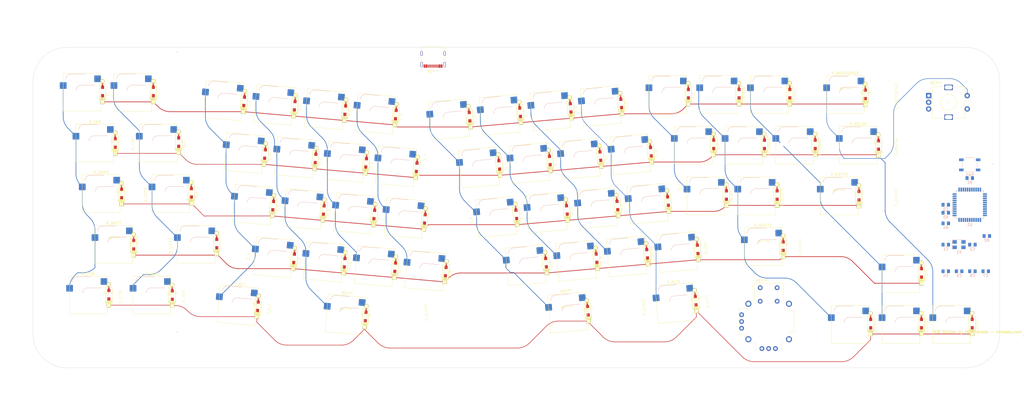
<source format=kicad_pcb>
(kicad_pcb (version 20221018) (generator pcbnew)
  (layers (0 "F.Cu" signal) (31 "B.Cu" signal) (34 "B.Paste" user) (35 "F.Paste" user) (36 "B.SilkS" user "B.Silkscreen") (37 "F.SilkS" user "F.Silkscreen") (38 "B.Mask" user) (39 "F.Mask" user) (44 "Edge.Cuts" user))
  (net 0 "")
  (footprint "Connector_USB:USB_C_Receptacle_Palconn_UTC16-G" (layer "F.Cu") (at 263.289803 153.382412 180)
    (fp_text reference "REF**")
    (fp_text value "USB_C_Receptacle_Palconn_UTC16-G")
  )
  (footprint "keyboard_parts:hotswap mx with diode" (layer "F.Cu") (at 307.312501 172.548985 5)
    (fp_text reference "K_8" hide)
    (fp_text value "KEYSW" hide)
  )
  (footprint "keyboard_parts:hotswap mx with diode" (layer "F.Cu") (at 184.690339 168.766377 -5)
    (fp_text reference "K_2" hide)
    (fp_text value "KEYSW" hide)
  )
  (footprint "Switch_Keyboard_Hotswap_Kailh:SW_Hotswap_Kailh_MX_2.25u" (layer "F.Cu") (at 387.228 223.7)
    (fp_text reference "K_SHIFT1")
    (fp_text value "KEYSW")
  )
  (footprint "keyboard_parts:nothing" (layer "F.Cu") (at 290.536984 193.64133 95)
    (fp_text reference "D_Y")
    (fp_text value "D")
  )
  (footprint "keyboard_parts:nothing" (layer "F.Cu") (at 160.6193 166.230394 90)
    (fp_text reference "D_1")
    (fp_text value "D")
  )
  (footprint "keyboard_parts:hotswap mx with diode" (layer "F.Cu") (at 457.99 252.97)
    (fp_text reference "K_RIGHT" hide)
    (fp_text value "KEYSW" hide)
  )
  (footprint "keyboard_parts:nothing" (layer "F.Cu") (at 429.915 253.47 90)
    (fp_text reference "D_LEFT")
    (fp_text value "D")
  )
  (footprint "keyboard_parts:hotswap mx with diode" (layer "F.Cu") (at 260.363801 232.75525 -5)
    (fp_text reference "K_B" hide)
    (fp_text value "KEYSW" hide)
  )
  (footprint "COM-09032:XDCR_COM-09032" (layer "F.Cu") (at 389.27 251.89)
    (fp_text reference "REF**")
    (fp_text value "XDCR_COM-09032")
  )
  (footprint "keyboard_parts:nothing" (layer "F.Cu") (at 390.0325 186.11 90)
    (fp_text reference "D_CBRAC")
    (fp_text value "D")
  )
  (footprint "keyboard_parts:nothing" (layer "F.Cu") (at 309.514493 191.981013 95)
    (fp_text reference "D_U")
    (fp_text value "D")
  )
  (footprint "keyboard_parts:nothing" (layer "F.Cu") (at 251.329566 232.466767 85)
    (fp_text reference "D_V")
    (fp_text value "D")
  )
  (footprint "keyboard_parts:hotswap mx with diode" (layer "F.Cu") (at 360.9575 185.61)
    (fp_text reference "K_P" hide)
    (fp_text value "KEYSW" hide)
  )
  (footprint "keyboard_parts:nothing" (layer "F.Cu") (at 170.1443 242.430394 90)
    (fp_text reference "D_WIN")
    (fp_text value "D")
  )
  (footprint "keyboard_parts:nothing" (layer "F.Cu") (at 272.150317 229.923955 90)
    (fp_text reference "D_B")
    (fp_text value "D")
  )
  (footprint "keyboard_parts:hotswap mx with diode" (layer "F.Cu") (at 317.037828 229.066433 5)
    (fp_text reference "K_M" hide)
    (fp_text value "KEYSW" hide)
  )
  (footprint "keyboard_parts:nothing" (layer "F.Cu") (at 366.700746 244.25187 95)
    (fp_text reference "D_ALT1")
    (fp_text value "D")
  )
  (footprint "keyboard_parts:nothing" (layer "F.Cu") (at 317.34293 172.173346 95)
    (fp_text reference "D_8")
    (fp_text value "D")
  )
  (footprint "keyboard_parts:hotswap mx with diode" (layer "F.Cu") (at 343.843775 207.598448 5)
    (fp_text reference "K_L" hide)
    (fp_text value "KEYSW" hide)
  )
  (footprint "keyboard_parts:diode smd tht" (layer "F.Cu") (at 425.604433 166.564633)
    (fp_text reference "REF**")
    (fp_text value "diode smd tht")
  )
  (footprint "keyboard_parts:nothing" (layer "F.Cu") (at 279.387911 175.493979 95)
    (fp_text reference "D_6")
    (fp_text value "D")
  )
  (footprint "keyboard_parts:nothing" (layer "F.Cu") (at 394.795 205.16 90)
    (fp_text reference "D_QUOTE")
    (fp_text value "D")
  )
  (footprint "keyboard_parts:nothing" (layer "F.Cu") (at 232.588632 173.458844 85)
    (fp_text reference "D_4")
    (fp_text value "D")
  )
  (footprint "keyboard_parts:nothing" (layer "F.Cu") (at 308.090748 230.35111 95)
    (fp_text reference "D_N")
    (fp_text value "D")
  )
  (footprint "keyboard_parts:hotswap mx with diode" (layer "F.Cu") (at 324.866265 209.258765 5)
    (fp_text reference "K_K" hide)
    (fp_text value "KEYSW" hide)
  )
  (footprint "keyboard_parts:hotswap mx with diode" (layer "F.Cu") (at 336.015338 227.406116 5)
    (fp_text reference "K_COMMA" hide)
    (fp_text value "KEYSW" hide)
  )
  (footprint "Switch_Keyboard_Hotswap_Kailh:SW_Hotswap_Kailh_MX_1.50u" (layer "F.Cu") (at 422.87 185.61)
    (fp_text reference "K_BSLSH")
    (fp_text value "KEYSW")
  )
  (footprint "keyboard_parts:hotswap mx with diode" (layer "F.Cu") (at 298.060319 230.726749 5)
    (fp_text reference "K_N" hide)
    (fp_text value "KEYSW" hide)
  )
  (footprint "keyboard_parts:hotswap mx with diode" (layer "F.Cu") (at 249.451304 193.554994 -5)
    (fp_text reference "K_T" hide)
    (fp_text value "KEYSW" hide)
  )
  (footprint "keyboard_parts:diode smd tht" (layer "F.Cu") (at 141.628282 241.865603)
    (fp_text reference "REF**")
    (fp_text value "diode smd tht")
  )
  (footprint "keyboard_parts:nothing" (layer "F.Cu") (at 380.5075 167.06 90)
    (fp_text reference "D_MINUS")
    (fp_text value "D")
  )
  (footprint "keyboard_parts:nothing" (layer "F.Cu") (at 315.919187 210.543443 95)
    (fp_text reference "D_J")
    (fp_text value "D")
  )
  (footprint "keyboard_parts:nothing" (layer "F.Cu") (at 151.0943 185.280394 90)
    (fp_text reference "D_TAB")
    (fp_text value "D")
  )
  (footprint "keyboard_parts:hotswap mx with diode" (layer "F.Cu") (at 370.4825 166.56)
    (fp_text reference "K_MINUS" hide)
    (fp_text value "KEYSW" hide)
  )
  (footprint "Rotary_Encoder:RotaryEncoder_Alps_EC11E-Switch_Vertical_H20mm" (layer "F.Cu") (at 449.32 166.99)
    (fp_text reference "REF**")
    (fp_text value "RotaryEncoder_Alps_EC11E-Switch_Vertical_H20mm")
  )
  (footprint "keyboard_parts:nothing" (layer "F.Cu") (at 141.5693 166.230394 90)
    (fp_text reference "D_`")
    (fp_text value "D")
  )
  (footprint "keyboard_parts:nothing" (layer "F.Cu") (at 361.4575 167.06 90)
    (fp_text reference "D_0")
    (fp_text value "D")
  )
  (footprint "keyboard_parts:nothing" (layer "F.Cu") (at 155.8568 204.330394 90)
    (fp_text reference "D_CAPS")
    (fp_text value "D")
  )
  (footprint "keyboard_parts:diode smd tht" (layer "F.Cu") (at 321.448961 247.865534 5)
    (fp_text reference "REF**")
    (fp_text value "diode smd tht")
  )
  (footprint "keyboard_parts:hotswap mx with diode" (layer "F.Cu") (at 230.473794 191.894677 -5)
    (fp_text reference "K_R" hide)
    (fp_text value "KEYSW" hide)
  )
  (footprint "keyboard_parts:hotswap mx with diode" (layer "F.Cu") (at 318.461572 190.696336 5)
    (fp_text reference "K_I" hide)
    (fp_text value "KEYSW" hide)
  )
  (footprint "keyboard_parts:hotswap mx with diode" (layer "F.Cu") (at 252.535364 212.947582 -5)
    (fp_text reference "K_G" hide)
    (fp_text value "KEYSW" hide)
  )
  (footprint "keyboard_parts:hotswap mx with diode" (layer "F.Cu") (at 150.5943 165.730394)
    (fp_text reference "K_1" hide)
    (fp_text value "KEYSW" hide)
  )
  (footprint "keyboard_parts:nothing" (layer "F.Cu") (at 448.965 234.42 90)
    (fp_text reference "D_UP")
    (fp_text value "D")
  )
  (footprint "keyboard_parts:hotswap mx with diode" (layer "F.Cu") (at 174.4068 222.880394)
    (fp_text reference "K_Z" hide)
    (fp_text value "KEYSW" hide)
  )
  (footprint "keyboard_parts:hotswap mx with diode" (layer "F.Cu") (at 337.439081 189.036019 5)
    (fp_text reference "K_O" hide)
    (fp_text value "KEYSW" hide)
  )
  (footprint "keyboard_parts:hotswap mx with diode" (layer "F.Cu") (at 203.431275 227.774299 -5)
    (fp_text reference "K_X" hide)
    (fp_text value "KEYSW" hide)
  )
  (footprint "keyboard_parts:hotswap mx with diode" (layer "F.Cu") (at 195.602837 207.966632 -5)
    (fp_text reference "K_S" hide)
    (fp_text value "KEYSW" hide)
  )
  (footprint "keyboard_parts:hotswap mx with diode" (layer "F.Cu") (at 419.89 252.97)
    (fp_text reference "K_LEFT" hide)
    (fp_text value "KEYSW" hide)
  )
  (footprint "keyboard_parts:nothing" (layer "F.Cu") (at 243.501129 212.659099 85)
    (fp_text reference "D_F")
    (fp_text value "D")
  )
  (footprint "Switch_Keyboard_Hotswap_Kailh:SW_Hotswap_Kailh_MX_3.00u" (layer "F.Cu") (at 230.398979 249.28655 -5)
    (fp_text reference "REF**")
    (fp_text value "SW_Hotswap_Kailh_MX_3.00u")
  )
  (footprint "keyboard_parts:nothing" (layer "F.Cu") (at 437.6575 167.06 90)
    (fp_text reference "D_BACKSPACE")
    (fp_text value "D")
  )
  (footprint "keyboard_parts:nothing" (layer "F.Cu") (at 366.22 224.21 90)
    (fp_text reference "D_DOT")
    (fp_text value "D")
  )
  (footprint "keyboard_parts:hotswap mx with diode" (layer "F.Cu") (at 211.496285 190.23436 -5)
    (fp_text reference "K_E" hide)
    (fp_text value "KEYSW" hide)
  )
  (footprint "keyboard_parts:nothing" (layer "F.Cu") (at 409.0825 186.11 90)
    (fp_text reference "D_OBRAC")
    (fp_text value "D")
  )
  (footprint "keyboard_parts:nothing" (layer "F.Cu") (at 375.745 205.16 90)
    (fp_text reference "D_SEMIC")
    (fp_text value "D")
  )
  (footprint "keyboard_parts:hotswap mx with diode" (layer "F.Cu") (at 380.0075 185.61)
    (fp_text reference "K_CBRAC" hide)
    (fp_text value "KEYSW" hide)
  )
  (footprint "keyboard_parts:nothing" (layer "F.Cu") (at 399.5575 167.06 90)
    (fp_text reference "D_EQUAL")
    (fp_text value "D")
  )
  (footprint "keyboard_parts:hotswap mx with diode" (layer "F.Cu") (at 222.645358 172.08701 -5)
    (fp_text reference "K_4" hide)
    (fp_text value "KEYSW" hide)
  )
  (footprint "keyboard_parts:nothing" (layer "F.Cu") (at 146.3318 242.430394 90)
    (fp_text reference "D_CTRL")
    (fp_text value "D")
  )
  (footprint "keyboard_parts:nothing" (layer "F.Cu") (at 356.043532 201.427087 95)
    (fp_text reference "D_L")
    (fp_text value "D")
  )
  (footprint "keyboard_parts:nothing" (layer "F.Cu") (at 213.374549 229.146133 85)
    (fp_text reference "D_X")
    (fp_text value "D")
  )
  (footprint "keyboard_parts:nothing" (layer "F.Cu") (at 165.3818 223.380394 90)
    (fp_text reference "D_SHIFT")
    (fp_text value "D")
  )
  (footprint "keyboard_parts:nothing" (layer "F.Cu") (at 342.961707 246.423064 95)
    (fp_text reference "D_SPACE")
    (fp_text value "D")
  )
  (footprint "keyboard_parts:hotswap mx with diode" (layer "F.Cu") (at 164.8818 203.830394)
    (fp_text reference "K_A" hide)
    (fp_text value "KEYSW" hide)
  )
  (footprint "keyboard_parts:nothing" (layer "F.Cu") (at 401.67 224.085 90)
    (fp_text reference "D_SHIFT1")
    (fp_text value "D")
  )
  (footprint "Switch_Keyboard_Hotswap_Kailh:SW_Hotswap_Kailh_MX_1.75u" (layer "F.Cu") (at 138.68805 203.830394)
    (fp_text reference "K_CAPS")
    (fp_text value "KEYSW")
  )
  (footprint "Switch_Keyboard_Hotswap_Kailh:SW_Hotswap_Kailh_MX_1.50u" (layer "F.Cu") (at 136.3068 184.780394)
    (fp_text reference "K_TAB")
    (fp_text value "KEYSW")
  )
  (footprint "keyboard_parts:hotswap mx with diode" (layer "F.Cu") (at 288.334991 174.209302 5)
    (fp_text reference "K_7" hide)
    (fp_text value "KEYSW" hide)
  )
  (footprint "keyboard_parts:nothing" (layer "F.Cu") (at 261.201309 248.431889 95)
    (fp_text reference "D_SLASH")
    (fp_text value "D")
  )
  (footprint "Switch_Keyboard_Hotswap_Kailh:SW_Hotswap_Kailh_MX_2.25u" (layer "F.Cu") (at 143.45055 222.880394)
    (fp_text reference "K_SHIFT")
    (fp_text value "KEYSW")
  )
  (footprint "keyboard_parts:hotswap mx with diode" (layer "F.Cu") (at 299.484063 192.356653 5)
    (fp_text reference "K_U" hide)
    (fp_text value "KEYSW" hide)
  )
  (footprint "keyboard_parts:hotswap mx with diode" (layer "F.Cu") (at 438.94 233.92)
    (fp_text reference "K_UP" hide)
    (fp_text value "KEYSW" hide)
  )
  (footprint "keyboard_parts:nothing" (layer "F.Cu") (at 277.964169 213.864077 95)
    (fp_text reference "D_G")
    (fp_text value "D")
  )
  (footprint "keyboard_parts:hotswap mx with diode" (layer "F.Cu") (at 192.518777 188.574044 -5)
    (fp_text reference "K_W" hide)
    (fp_text value "KEYSW" hide)
  )
  (footprint "keyboard_parts:nothing" (layer "F.Cu") (at 202.225478 247.293483 85)
    (fp_text reference "D_ALT")
    (fp_text value "D")
  )
  (footprint "keyboard_parts:nothing" (layer "F.Cu") (at 370.9825 186.11 90)
    (fp_text reference "D_P")
    (fp_text value "D")
  )
  (footprint "keyboard_parts:hotswap mx with diode" (layer "F.Cu") (at 389.5325 166.56)
    (fp_text reference "K_EQUAL" hide)
    (fp_text value "KEYSW" hide)
  )
  (footprint "Mounting_Keyboard_Stabilizer:Stabilizer_Cherry_MX_2.00u" (layer "F.Cu") (at 417.98 166.6)
    (fp_text reference "REF**")
    (fp_text value "Stabilizer_Cherry_MX_2.00u")
  )
  (footprint "keyboard_parts:nothing" (layer "F.Cu") (at 174.9068 204.330394 90)
    (fp_text reference "D_A")
    (fp_text value "D")
  )
  (footprint "keyboard_parts:nothing" (layer "F.Cu") (at 205.546111 209.338465 85)
    (fp_text reference "D_S")
    (fp_text value "D")
  )
  (footprint "Switch_Keyboard_Hotswap_Kailh:SW_Hotswap_Kailh_MX_3.00u" (layer "F.Cu") (at 313.937211 248.470558 5)
    (fp_text reference "REF**")
    (fp_text value "SW_Hotswap_Kailh_MX_3.00u")
  )
  (footprint "keyboard_parts:nothing" (layer "F.Cu") (at 194.633614 170.13821 85)
    (fp_text reference "D_2")
    (fp_text value "D")
  )
  (footprint "keyboard_parts:diode smd tht" (layer "F.Cu") (at 150.935992 223.068474)
    (fp_text reference "REF**")
    (fp_text value "diode smd tht")
  )
  (footprint "keyboard_parts:hotswap mx with diode" (layer "F.Cu") (at 365.72 204.66)
    (fp_text reference "K_SEMIC" hide)
    (fp_text value "KEYSW" hide)
  )
  (footprint "Mounting_Keyboard_Stabilizer:Stabilizer_Cherry_MX_3.00u" (layer "F.Cu") (at 313.872519 248.591657 5)
    (fp_text reference "REF**")
    (fp_text value "Stabilizer_Cherry_MX_3.00u")
  )
  (footprint "keyboard_parts:hotswap mx with diode" (layer "F.Cu") (at 351.4325 166.56)
    (fp_text reference "K_0" hide)
    (fp_text value "KEYSW" hide)
  )
  (footprint "keyboard_parts:diode smd tht" (layer "F.Cu") (at 165.414255 241.992461)
    (fp_text reference "REF**")
    (fp_text value "diode smd tht")
  )
  (footprint "keyboard_parts:hotswap mx with diode" (layer "F.Cu") (at 241.622867 173.747327 -5)
    (fp_text reference "K_5" hide)
    (fp_text value "KEYSW" hide)
  )
  (footprint "keyboard_parts:hotswap mx with diode" (layer "F.Cu") (at 280.506554 194.016969 5)
    (fp_text reference "K_Y" hide)
    (fp_text value "KEYSW" hide)
  )
  (footprint "keyboard_parts:nothing" (layer "F.Cu") (at 437.6575 205.16 90)
    (fp_text reference "D_ENTER")
    (fp_text value "D")
  )
  (footprint "keyboard_parts:hotswap mx with diode" (layer "F.Cu") (at 241.386292 231.094933 -5)
    (fp_text reference "K_V" hide)
    (fp_text value "KEYSW" hide)
  )
  (footprint "Switch_Keyboard_Hotswap_Kailh:SW_Hotswap_Kailh_MX_1.25u" (layer "F.Cu") (at 189.910015 245.714109 -5)
    (fp_text reference "K_ALT")
    (fp_text value "KEYSW")
  )
  (footprint "keyboard_parts:hotswap mx with diode" (layer "F.Cu") (at 222.408784 229.434616 -5)
    (fp_text reference "K_C" hide)
    (fp_text value "KEYSW" hide)
  )
  (footprint "keyboard_parts:nothing" (layer "F.Cu") (at 232.352057 230.806451 85)
    (fp_text reference "D_C")
    (fp_text value "D")
  )
  (footprint "keyboard_parts:nothing" (layer "F.Cu") (at 260.954921 190.354904 80)
    (fp_text reference "D_T")
    (fp_text value "D")
  )
  (footprint "Switch_Keyboard_Hotswap_Kailh:SW_Hotswap_Kailh_MX_1.25u" (layer "F.Cu") (at 133.92555 241.930394)
    (fp_text reference "K_CTRL")
    (fp_text value "KEYSW")
  )
  (footprint "keyboard_parts:nothing" (layer "F.Cu") (at 221.439559 191.606195 85)
    (fp_text reference "D_E")
    (fp_text value "D")
  )
  (footprint "keyboard_parts:nothing" (layer "F.Cu") (at 224.52362 210.998782 85)
    (fp_text reference "D_D")
    (fp_text value "D")
  )
  (footprint "keyboard_parts:nothing" (layer "F.Cu") (at 468.015 253.47 90)
    (fp_text reference "D_RIGHT")
    (fp_text value "D")
  )
  (footprint "keyboard_parts:hotswap mx with diode" (layer "F.Cu") (at 269.357482 175.869619 5)
    (fp_text reference "K_6" hide)
    (fp_text value "KEYSW" hide)
  )
  (footprint "keyboard_parts:hotswap mx with diode" (layer "F.Cu") (at 438.94 252.97)
    (fp_text reference "K_DOWN" hide)
    (fp_text value "KEYSW" hide)
  )
  (footprint "keyboard_parts:hotswap mx with diode" (layer "F.Cu") (at 354.992847 225.745799 5)
    (fp_text reference "K_DOT" hide)
    (fp_text value "KEYSW" hide)
  )
  (footprint "keyboard_parts:nothing" (layer "F.Cu") (at 347.469511 188.66038 95)
    (fp_text reference "D_O")
    (fp_text value "D")
  )
  (footprint "keyboard_parts:hotswap mx with diode" (layer "F.Cu") (at 326.29001 170.888668 5)
    (fp_text reference "K_9" hide)
    (fp_text value "KEYSW" hide)
  )
  (footprint "keyboard_parts:hotswap mx with diode" (layer "F.Cu") (at 160.1193 184.780394)
    (fp_text reference "K_Q" hide)
    (fp_text value "KEYSW" hide)
  )
  (footprint "keyboard_parts:diode smd tht" (layer "F.Cu") (at 423.210237 204.655667)
    (fp_text reference "REF**")
    (fp_text value "diode smd tht")
  )
  (footprint "keyboard_parts:diode smd tht" (layer "F.Cu") (at 197.538177 246.193697 -5)
    (fp_text reference "REF**")
    (fp_text value "diode smd tht")
  )
  (footprint "keyboard_parts:diode smd tht" (layer "F.Cu") (at 361.900075 244.08775 5)
    (fp_text reference "REF**")
    (fp_text value "diode smd tht")
  )
  (footprint "keyboard_parts:nothing" (layer "F.Cu") (at 170.1443 185.280394 90)
    (fp_text reference "D_Q")
    (fp_text value "D")
  )
  (footprint "keyboard_parts:nothing" (layer "F.Cu") (at 240.417069 193.266512 85)
    (fp_text reference "D_R")
    (fp_text value "D")
  )
  (footprint "Switch_Keyboard_Hotswap_Kailh:SW_Hotswap_Kailh_MX_2.00u" (layer "F.Cu") (at 418.1075 166.56)
    (fp_text reference "K_BACKSPACE")
    (fp_text value "KEYSW")
  )
  (footprint "keyboard_parts:nothing" (layer "F.Cu") (at 336.320438 170.513028 95)
    (fp_text reference "D_9")
    (fp_text value "D")
  )
  (footprint "keyboard_parts:nothing" (layer "F.Cu") (at 334.896696 208.883126 95)
    (fp_text reference "D_K")
    (fp_text value "D")
  )
  (footprint "keyboard_parts:diode smd tht" (layer "F.Cu") (at 238.003526 250.058944 -5)
    (fp_text reference "REF**")
    (fp_text value "diode smd tht")
  )
  (footprint "Switch_Keyboard_Hotswap_Kailh:SW_Hotswap_Kailh_MX_2.25u" (layer "F.Cu") (at 415.72625 204.66)
    (fp_text reference "K_ENTER")
    (fp_text value "KEYSW")
  )
  (footprint "keyboard_parts:nothing" (layer "F.Cu") (at 194.39704 227.485816 85)
    (fp_text reference "D_Z")
    (fp_text value "D")
  )
  (footprint "keyboard_parts:hotswap mx with diode" (layer "F.Cu") (at 286.911247 212.579399 5)
    (fp_text reference "K_H" hide)
    (fp_text value "KEYSW" hide)
  )
  (footprint "Mounting_Keyboard_Stabilizer:Stabilizer_Cherry_MX_3.00u" (layer "F.Cu") (at 230.314242 249.394576 -5)
    (fp_text reference "REF**")
    (fp_text value "Stabilizer_Cherry_MX_3.00u")
  )
  (footprint "keyboard_parts:hotswap mx with diode" (layer "F.Cu") (at 384.77 204.66)
    (fp_text reference "K_QUOTE" hide)
    (fp_text value "KEYSW" hide)
  )
  (footprint "keyboard_parts:nothing" (layer "F.Cu") (at 298.36542 173.833663 95)
    (fp_text reference "D_7")
    (fp_text value "D")
  )
  (footprint "keyboard_parts:hotswap mx with diode" (layer "F.Cu") (at 305.888757 210.919081 5)
    (fp_text reference "K_J" hide)
    (fp_text value "KEYSW" hide)
  )
  (footprint "keyboard_parts:nothing" (layer "F.Cu") (at 202.46205 189.945877 85)
    (fp_text reference "D_W")
    (fp_text value "D")
  )
  (footprint "keyboard_parts:nothing" (layer "F.Cu") (at 346.045767 227.030477 95)
    (fp_text reference "D_COMMA")
    (fp_text value "D")
  )
  (footprint "keyboard_parts:diode smd tht" (layer "F.Cu") (at 144.003576 184.823536)
    (fp_text reference "REF**")
    (fp_text value "diode smd tht")
  )
  (footprint "keyboard_parts:nothing" (layer "F.Cu") (at 448.965 253.47 90)
    (fp_text reference "D_DOWN")
    (fp_text value "D")
  )
  (footprint "keyboard_parts:diode smd tht" (layer "F.Cu") (at 146.398031 203.817957)
    (fp_text reference "REF**")
    (fp_text value "diode smd tht")
  )
  (footprint "keyboard_parts:nothing" (layer "F.Cu") (at 213.611123 171.798527 85)
    (fp_text reference "D_3")
    (fp_text value "D")
  )
  (footprint "keyboard_parts:nothing" (layer "F.Cu") (at 437.6575 186.11 90)
    (fp_text reference "D_BSLSH")
    (fp_text value "D")
  )
  (footprint "keyboard_parts:nothing" (layer "F.Cu") (at 251.566141 175.11916 85)
    (fp_text reference "D_5")
    (fp_text value "D")
  )
  (footprint "keyboard_parts:nothing" (layer "F.Cu") (at 296.941678 212.203759 95)
    (fp_text reference "D_H")
    (fp_text value "D")
  )
  (footprint "keyboard_parts:hotswap mx with diode" (layer "F.Cu") (at 399.0575 185.61)
    (fp_text reference "K_OBRAC" hide)
    (fp_text value "KEYSW" hide)
  )
  (footprint "keyboard_parts:nothing" (layer "F.Cu") (at 327.068257 228.690794 95)
    (fp_text reference "D_M")
    (fp_text value "D")
  )
  (footprint "keyboard_parts:hotswap mx with diode" (layer "F.Cu") (at 203.667849 170.426693 -5)
    (fp_text reference "K_3" hide)
    (fp_text value "KEYSW" hide)
  )
  (footprint "Mounting_Keyboard_Stabilizer:Stabilizer_Cherry_MX_2.00u" (layer "F.Cu") (at 143.4238 222.575394)
    (fp_text reference "REF**")
    (fp_text value "Stabilizer_Cherry_MX_2.00u")
  )
  (footprint "keyboard_parts:hotswap mx with diode" (layer "F.Cu") (at 131.5443 165.730394)
    (fp_text reference "K_`" hide)
    (fp_text value "KEYSW" hide)
  )
  (footprint "Switch_Keyboard_Hotswap_Kailh:SW_Hotswap_Kailh_MX_1.25u" (layer "F.Cu") (at 157.73805 241.930394)
    (fp_text reference "K_WIN")
    (fp_text value "KEYSW")
  )
  (footprint "keyboard_parts:diode smd tht" (layer "F.Cu") (at 394.768381 223.619255)
    (fp_text reference "REF**")
    (fp_text value "diode smd tht")
  )
  (footprint "keyboard_parts:hotswap mx with diode" (layer "F.Cu") (at 214.580346 209.626949 -5)
    (fp_text reference "K_D" hide)
    (fp_text value "KEYSW" hide)
  )
  (footprint "Mounting_Keyboard_Stabilizer:Stabilizer_Cherry_MX_2.00u" (layer "F.Cu") (at 387.342 223.995)
    (fp_text reference "REF**")
    (fp_text value "Stabilizer_Cherry_MX_2.00u")
  )
  (footprint "keyboard_parts:hotswap mx with diode" (layer "F.Cu") (at 233.557855 211.287266 -5)
    (fp_text reference "K_F" hide)
    (fp_text value "KEYSW" hide)
  )
  (footprint "Mounting_Keyboard_Stabilizer:Stabilizer_Cherry_MX_2.00u" (layer "F.Cu") (at 415.632 204.795)
    (fp_text reference "REF**")
    (fp_text value "Stabilizer_Cherry_MX_2.00u")
  )
  (footprint "keyboard_parts:nothing" (layer "F.Cu") (at 328.492001 190.320697 95)
    (fp_text reference "D_I")
    (fp_text value "D")
  )
  (footprint "Switch_Keyboard_Hotswap_Kailh:SW_Hotswap_Kailh_MX_1.25u" (layer "F.Cu") (at 354.280975 244.930847 5)
    (fp_text reference "K_ALT1")
    (fp_text value "KEYSW")
  )
  (footprint "keyboard_parts:diode smd tht" (layer "F.Cu") (at 430.517816 185.576674)
    (fp_text reference "REF**")
    (fp_text value "diode smd tht")
  )
  (footprint "Capacitor_SMD:C_0805_2012Metric_Pad1.15x1.40mm_HandSolder" (layer "B.Cu") (at 455.75 208)
    (fp_text reference "C3")
    (fp_text value "22pF")
  )
  (footprint "Capacitor_SMD:C_0805_2012Metric_Pad1.15x1.40mm_HandSolder" (layer "B.Cu") (at 470.75 233)
    (fp_text reference "C7")
    (fp_text value "22pF")
  )
  (footprint "Button_Switch_SMD:SW_SPST_TL3342" (layer "B.Cu") (at 464.75 193)
    (fp_text reference "SW1")
    (fp_text value "SW_PUSH")
  )
  (footprint "Resistor_SMD:R_0805_2012Metric_Pad1.15x1.40mm_HandSolder" (layer "B.Cu") (at 464.75 198)
    (fp_text reference "R1")
    (fp_text value "10k")
  )
  (footprint "Crystal:Crystal_SMD_5032-4Pin_5.0x3.2mm" (layer "B.Cu") (at 460.75 223)
    (fp_text reference "X1")
    (fp_text value "XTAL_GND")
  )
  (footprint "Capacitor_SMD:C_0805_2012Metric_Pad1.15x1.40mm_HandSolder" (layer "B.Cu") (at 465.75 223)
    (fp_text reference "C2")
    (fp_text value "22pF")
  )
  (footprint "Resistor_SMD:R_0805_2012Metric_Pad1.15x1.40mm_HandSolder" (layer "B.Cu") (at 455.75 211)
    (fp_text reference "R3")
    (fp_text value "22")
  )
  (footprint "Resistor_SMD:R_0805_2012Metric_Pad1.15x1.40mm_HandSolder" (layer "B.Cu") (at 471.17 219.76)
    (fp_text reference "R2")
    (fp_text value "10k")
  )
  (footprint "Resistor_SMD:R_0805_2012Metric_Pad1.15x1.40mm_HandSolder" (layer "B.Cu") (at 455.75 215)
    (fp_text reference "R4")
    (fp_text value "22")
  )
  (footprint "Capacitor_SMD:C_0805_2012Metric_Pad1.15x1.40mm_HandSolder" (layer "B.Cu") (at 455.75 223)
    (fp_text reference "C1")
    (fp_text value "22pF")
  )
  (footprint "Package_QFP:TQFP-44_10x10mm_P0.8mm" (layer "B.Cu") (at 464.75 208)
    (fp_text reference "U1")
    (fp_text value "ATMEGA32U4")
  )
  (footprint "Capacitor_SMD:C_0805_2012Metric_Pad1.15x1.40mm_HandSolder" (layer "B.Cu") (at 465.75 233)
    (fp_text reference "C6")
    (fp_text value "22pF")
  )
  (footprint "Capacitor_SMD:C_0805_2012Metric_Pad1.15x1.40mm_HandSolder" (layer "B.Cu") (at 460.75 233)
    (fp_text reference "C5")
    (fp_text value "22pF")
  )
  (footprint "Capacitor_SMD:C_0805_2012Metric_Pad1.15x1.40mm_HandSolder" (layer "B.Cu") (at 455.75 233)
    (fp_text reference "C4")
    (fp_text value "22pF")
  )
  (gr_arc (start 167.11805 150.435394) (mid 167.11805 150.435394) (end 167.11805 150.435394) (stroke (width 0.2)) (layer "Edge.Cuts"))
  (gr_arc (start 473.38 192.54) (mid 473.38 192.54) (end 473.38 192.54) (stroke (width 0.2)) (layer "Edge.Cuts"))
  (gr_line (start 463.336378 269.3) (end 125.803682 269.3) (stroke (width 0.1)) (layer "Edge.Cuts"))
  (gr_arc (start 113.103682 161.568159) (mid 116.823426 152.587903) (end 125.803682 148.868159) (stroke (width 0.1)) (layer "Edge.Cuts"))
  (gr_line (start 113.103682 256.6) (end 113.103682 161.568159) (stroke (width 0.1)) (layer "Edge.Cuts"))
  (gr_line (start 476.036378 161.568159) (end 476.036378 256.6) (stroke (width 0.1)) (layer "Edge.Cuts"))
  (gr_arc (start 125.803682 269.3) (mid 116.823426 265.580256) (end 113.103682 256.6) (stroke (width 0.1)) (layer "Edge.Cuts"))
  (gr_arc (start 167.11805 255.685394) (mid 167.11805 255.685394) (end 167.11805 255.685394) (stroke (width 0.2)) (layer "Edge.Cuts"))
  (gr_arc (start 485.02 257.285) (mid 485.02 257.285) (end 485.02 257.285) (stroke (width 0.2)) (layer "Edge.Cuts"))
  (gr_arc (start 463.336378 148.868159) (mid 472.316663 152.587893) (end 476.036378 161.568159) (stroke (width 0.1)) (layer "Edge.Cuts"))
  (gr_line (start 125.803682 148.868159) (end 463.336378 148.868159) (stroke (width 0.1)) (layer "Edge.Cuts"))
  (gr_arc (start 476.036378 256.6) (mid 472.316633 265.580248) (end 463.336378 269.3) (stroke (width 0.1)) (layer "Edge.Cuts"))
  (gr_text "PCB Builder by MisterKeebs - mrkeebs.com" (at 484.52 255.785) (layer "F.SilkS") (effects (font (size 1 1) (thickness 0.3)) (justify right)))
  (segment (start 430.211142 189.2) (end 430.457816 189.446674) (width 0.25) (layer "F.Cu") (net 0))
  (segment (start 177.392577 212.281171) (end 177.714146 212.281171) (width 0.2) (layer "F.Cu") (net 0))
  (segment (start 177.714146 212.281171) (end 177.785605 212.209712) (width 0.2) (layer "F.Cu") (net 0))
  (segment (start 294.845026 215.488997) (end 351.777554 210.508045) (width 0.25) (layer "F.Cu") (net 0))
  (segment (start 233.426658 258.891095) (end 237.204062 255.113691) (width 0.2) (layer "F.Cu") (net 0))
  (segment (start 305.858518 253.585909) (end 299.444855 259.999572) (width 0.2) (layer "F.Cu") (net 0))
  (segment (start 199.826777 192.817124) (end 256.759304 197.798075) (width 0.25) (layer "F.Cu") (net 0))
  (segment (start 237.606462 254.923643) (end 237.606462 253.908988) (width 0.2) (layer "F.Cu") (net 0))
  (segment (start 362.926626 228.655397) (end 393.542239 228.655397) (width 0.25) (layer "F.Cu") (net 0))
  (segment (start 210.739275 232.01738) (end 267.671801 236.99833) (width 0.25) (layer "F.Cu") (net 0))
  (segment (start 237.204062 254.311388) (end 237.606462 253.908988) (width 0.2) (layer "F.Cu") (net 0))
  (segment (start 182.0568 226.470394) (end 185.743913 230.157507) (width 0.25) (layer "F.Cu") (net 0))
  (segment (start 172.264237 207.687957) (end 172.5318 207.420394) (width 0.2) (layer "F.Cu") (net 0))
  (segment (start 167.446158 188.693536) (end 167.7693 188.370394) (width 0.2) (layer "F.Cu") (net 0))
  (segment (start 197.141113 250.043741) (end 197.141113 252.156861) (width 0.2) (layer "F.Cu") (net 0))
  (segment (start 174.846286 192.817124) (end 199.826777 192.817124) (width 0.2) (layer "F.Cu") (net 0))
  (segment (start 165.227397 245.735603) (end 165.354255 245.862461) (width 0.2) (layer "F.Cu") (net 0))
  (segment (start 288.440333 196.926567) (end 257.630811 196.926567) (width 0.25) (layer "F.Cu") (net 0))
  (segment (start 425.2598 170.15) (end 425.544433 170.434633) (width 0.25) (layer "F.Cu") (net 0))
  (segment (start 379.357758 265.128416) (end 362.177596 247.948253) (width 0.2) (layer "F.Cu") (net 0))
  (segment (start 321.726482 251.726037) (end 321.726482 252.302939) (width 0.2) (layer "F.Cu") (net 0))
  (segment (start 372.971826 208.648174) (end 373.37 208.25) (width 0.25) (layer "F.Cu") (net 0))
  (segment (start 334.223789 173.798266) (end 352.803978 173.798266) (width 0.25) (layer "F.Cu") (net 0))
  (segment (start 373.37 208.25) (end 422.87457 208.25) (width 0.25) (layer "F.Cu") (net 0))
  (segment (start 143.943576 188.693536) (end 167.446158 188.693536) (width 0.2) (layer "F.Cu") (net 0))
  (segment (start 277.291261 178.779217) (end 249.719677 178.779217) (width 0.25) (layer "F.Cu") (net 0))
  (segment (start 294.845026 215.488997) (end 261.545029 215.488997) (width 0.25) (layer "F.Cu") (net 0))
  (segment (start 288.440333 196.926566) (end 345.37286 191.945616) (width 0.25) (layer "F.Cu") (net 0))
  (segment (start 362.177596 250.137416) (end 362.177596 247.948253) (width 0.2) (layer "F.Cu") (net 0))
  (segment (start 197.141113 252.156861) (end 203.875347 258.891095) (width 0.2) (layer "F.Cu") (net 0))
  (segment (start 394.708381 227.489255) (end 416.321706 227.489255) (width 0.25) (layer "F.Cu") (net 0))
  (segment (start 181.58872 226.938474) (end 182.0568 226.470394) (width 0.25) (layer "F.Cu") (net 0))
  (segment (start 422.87457 208.25) (end 423.150237 208.525667) (width 0.25) (layer "F.Cu") (net 0))
  (segment (start 420.811834 229.349127) (end 429.082753 237.620046) (width 0.25) (layer "F.Cu") (net 0))
  (segment (start 167.7693 188.370394) (end 170.356158 190.957252) (width 0.2) (layer "F.Cu") (net 0))
  (segment (start 351.777554 210.508046) (end 368.481698 210.508046) (width 0.25) (layer "F.Cu") (net 0))
  (segment (start 208.365475 260.750967) (end 228.93653 260.750967) (width 0.2) (layer "F.Cu") (net 0))
  (segment (start 427.54 256.56) (end 427.54 258.719327) (width 0.2) (layer "F.Cu") (net 0))
  (segment (start 357.294106 171.938394) (end 359.0825 170.15) (width 0.25) (layer "F.Cu") (net 0))
  (segment (start 177.785605 212.209712) (end 202.910837 212.209712) (width 0.2) (layer "F.Cu") (net 0))
  (segment (start 277.29126 178.779217) (end 334.223788 173.798266) (width 0.25) (layer "F.Cu") (net 0))
  (segment (start 427.54 256.56) (end 465.64 256.56) (width 0.25) (layer "F.Cu") (net 0))
  (segment (start 367.721755 190.085745) (end 368.6075 189.2) (width 0.25) (layer "F.Cu") (net 0))
  (segment (start 294.954727 261.859444) (end 247.172519 261.859444) (width 0.2) (layer "F.Cu") (net 0))
  (segment (start 249.719677 178.779217) (end 248.930867 177.990407) (width 0.25) (layer "F.Cu") (net 0))
  (segment (start 359.0825 170.15) (end 425.2598 170.15) (width 0.25) (layer "F.Cu") (net 0))
  (segment (start 305.994097 233.636346) (end 362.926625 228.655397) (width 0.25) (layer "F.Cu") (net 0))
  (segment (start 150.875992 226.938474) (end 181.58872 226.938474) (width 0.25) (layer "F.Cu") (net 0))
  (segment (start 237.204062 255.113691) (end 237.204062 254.311388) (width 0.2) (layer "F.Cu") (net 0))
  (segment (start 146.338031 207.687957) (end 172.264237 207.687957) (width 0.2) (layer "F.Cu") (net 0))
  (segment (start 429.082753 237.620046) (end 429.192799 237.51) (width 0.25) (layer "F.Cu") (net 0))
  (segment (start 368.6075 189.2) (end 430.211142 189.2) (width 0.25) (layer "F.Cu") (net 0))
  (segment (start 139.1943 169.320394) (end 158.2443 169.320394) (width 0.25) (layer "F.Cu") (net 0))
  (segment (start 269.173912 235.496219) (end 267.671801 236.99833) (width 0.25) (layer "F.Cu") (net 0))
  (segment (start 354.634029 257.680983) (end 362.177596 250.137416) (width 0.2) (layer "F.Cu") (net 0))
  (segment (start 321.726482 251.726037) (end 310.348646 251.726037) (width 0.2) (layer "F.Cu") (net 0))
  (segment (start 191.998339 173.009457) (end 164.563619 173.009457) (width 0.25) (layer "F.Cu") (net 0))
  (segment (start 393.542239 228.655397) (end 394.708381 227.489255) (width 0.25) (layer "F.Cu") (net 0))
  (segment (start 331.594654 259.540855) (end 350.143901 259.540855) (width 0.2) (layer "F.Cu") (net 0))
  (segment (start 345.37286 191.945617) (end 363.231627 191.945617) (width 0.25) (layer "F.Cu") (net 0))
  (segment (start 257.630811 196.926567) (end 256.759304 197.798074) (width 0.25) (layer "F.Cu") (net 0))
  (segment (start 175.922549 250.043741) (end 197.141113 250.043741) (width 0.2) (layer "F.Cu") (net 0))
  (segment (start 237.312159 253.558253) (end 237.606462 253.908988) (width 0.2) (layer "F.Cu") (net 0))
  (segment (start 141.568282 245.735603) (end 165.227397 245.735603) (width 0.2) (layer "F.Cu") (net 0))
  (segment (start 165.354255 245.862461) (end 166.480757 245.862461) (width 0.2) (layer "F.Cu") (net 0))
  (segment (start 305.994098 233.636347) (end 273.66404 233.636347) (width 0.25) (layer "F.Cu") (net 0))
  (segment (start 170.970885 247.722333) (end 171.432421 248.183869) (width 0.2) (layer "F.Cu") (net 0))
  (segment (start 427.54 258.719327) (end 421.130911 265.128416) (width 0.2) (layer "F.Cu") (net 0))
  (segment (start 191.99834 173.009457) (end 248.930867 177.990407) (width 0.25) (layer "F.Cu") (net 0))
  (segment (start 261.545029 215.488997) (end 259.843364 217.190662) (width 0.25) (layer "F.Cu") (net 0))
  (segment (start 172.5318 207.420394) (end 177.392577 212.281171) (width 0.2) (layer "F.Cu") (net 0))
  (segment (start 416.640783 266.988288) (end 383.847886 266.988288) (width 0.2) (layer "F.Cu") (net 0))
  (segment (start 202.910838 212.209712) (end 259.843365 217.190663) (width 0.25) (layer "F.Cu") (net 0))
  (segment (start 160.073491 171.149585) (end 158.2443 169.320394) (width 0.25) (layer "F.Cu") (net 0))
  (segment (start 429.192799 237.51) (end 446.59 237.51) (width 0.25) (layer "F.Cu") (net 0))
  (segment (start 242.682391 259.999572) (end 237.606462 254.923643) (width 0.2) (layer "F.Cu") (net 0))
  (segment (start 321.726482 252.302939) (end 327.104526 257.680983) (width 0.2) (layer "F.Cu") (net 0))
  (segment (start 190.234041 232.017379) (end 210.739275 232.017379) (width 0.25) (layer "F.Cu") (net 0))
  (arc (start 299.444855 259.999572) (mid 297.384767 261.376079) (end 294.954727 261.859444) (width 0.2) (layer "F.Cu") (net 0))
  (arc (start 160.073491 171.149585) (mid 162.133579 172.526092) (end 164.563619 173.009457) (width 0.25) (layer "F.Cu") (net 0))
  (arc (start 383.847886 266.988288) (mid 381.417846 266.504923) (end 379.357758 265.128416) (width 0.2) (layer "F.Cu") (net 0))
  (arc (start 368.481698 210.508046) (mid 370.911738 210.024681) (end 372.971826 208.648174) (width 0.25) (layer "F.Cu") (net 0))
  (arc (start 305.858518 253.585909) (mid 307.918606 252.209402) (end 310.348646 251.726037) (width 0.2) (layer "F.Cu") (net 0))
  (arc (start 166.480757 245.862461) (mid 168.910797 246.345826) (end 170.970885 247.722333) (width 0.2) (layer "F.Cu") (net 0))
  (arc (start 228.93653 260.750967) (mid 231.36657 260.267602) (end 233.426658 258.891095) (width 0.2) (layer "F.Cu") (net 0))
  (arc (start 421.130911 265.128416) (mid 419.070823 266.504923) (end 416.640783 266.988288) (width 0.2) (layer "F.Cu") (net 0))
  (arc (start 242.682391 259.999572) (mid 244.742479 261.376079) (end 247.172519 261.859444) (width 0.2) (layer "F.Cu") (net 0))
  (arc (start 185.743913 230.157507) (mid 187.804001 231.534014) (end 190.234041 232.017379) (width 0.25) (layer "F.Cu") (net 0))
  (arc (start 352.803978 173.798266) (mid 355.234018 173.314901) (end 357.294106 171.938394) (width 0.25) (layer "F.Cu") (net 0))
  (arc (start 171.432421 248.183869) (mid 173.492509 249.560376) (end 175.922549 250.043741) (width 0.2) (layer "F.Cu") (net 0))
  (arc (start 208.365475 260.750967) (mid 205.935435 260.267602) (end 203.875347 258.891095) (width 0.2) (layer "F.Cu") (net 0))
  (arc (start 269.173912 235.496219) (mid 271.234 234.119712) (end 273.66404 233.636347) (width 0.25) (layer "F.Cu") (net 0))
  (arc (start 416.321706 227.489255) (mid 418.751746 227.97262) (end 420.811834 229.349127) (width 0.25) (layer "F.Cu") (net 0))
  (arc (start 170.356158 190.957252) (mid 172.416246 192.333759) (end 174.846286 192.817124) (width 0.2) (layer "F.Cu") (net 0))
  (arc (start 350.143901 259.540855) (mid 352.573941 259.05749) (end 354.634029 257.680983) (width 0.2) (layer "F.Cu") (net 0))
  (arc (start 331.594654 259.540855) (mid 329.164614 259.05749) (end 327.104526 257.680983) (width 0.2) (layer "F.Cu") (net 0))
  (arc (start 367.721755 190.085745) (mid 365.661667 191.462252) (end 363.231627 191.945617) (width 0.25) (layer "F.Cu") (net 0))
  (segment (start 242.594716 190.405418) (end 242.594716 204.08369) (width 0.25) (layer "B.Cu") (net 0))
  (segment (start 363.3775 164.02) (end 362.99753 164.39997) (width 0.25) (layer "B.Cu") (net 0))
  (segment (start 226.620183 208.218774) (end 226.620183 215.332663) (width 0.25) (layer "B.Cu") (net 0))
  (segment (start 408.64125 202.12) (end 408.64125 205.555994) (width 0.25) (layer "B.Cu") (net 0))
  (segment (start 206.499569 205.253184) (end 207.723758 206.477373) (width 0.25) (layer "B.Cu") (net 0))
  (segment (start 154.874172 198.387766) (end 157.7768 201.290394) (width 0.25) (layer "B.Cu") (net 0))
  (segment (start 330.139742 187.124926) (end 320.850543 177.835727) (width 0.2) (layer "B.Cu") (net 0))
  (segment (start 242.594716 189.667714) (end 242.594716 190.405418) (width 0.25) (layer "B.Cu") (net 0))
  (segment (start 234.529704 227.945357) (end 234.529704 225.87244) (width 0.25) (layer "B.Cu") (net 0))
  (segment (start 317.566926 207.347672) (end 317.566926 204.714254) (width 0.25) (layer "B.Cu") (net 0))
  (segment (start 185.559811 185.526846) (end 185.559811 199.000362) (width 0.25) (layer "B.Cu") (net 0))
  (segment (start 263.918015 182.816676) (end 273.207215 192.105876) (width 0.25) (layer "B.Cu") (net 0))
  (segment (start 417.644872 190.552872) (end 417.695353 190.603353) (width 0.2) (layer "B.Cu") (net 0))
  (segment (start 279.611908 210.668306) (end 279.611908 215.036328) (width 0.25) (layer "B.Cu") (net 0))
  (segment (start 337.103757 210.641696) (end 337.103757 206.246676) (width 0.2) (layer "B.Cu") (net 0))
  (segment (start 364.857402 175.024902) (end 372.9025 183.07) (width 0.25) (layer "B.Cu") (net 0))
  (segment (start 292.184724 190.44556) (end 292.184724 196.097352) (width 0.25) (layer "B.Cu") (net 0))
  (segment (start 436.159214 184.761992) (end 436.159214 173.645861) (width 0.2) (layer "B.Cu") (net 0))
  (segment (start 347.693508 223.834706) (end 347.666511 223.834706) (width 0.2) (layer "B.Cu") (net 0))
  (segment (start 234.529704 225.87244) (end 228.480055 219.822791) (width 0.25) (layer "B.Cu") (net 0))
  (segment (start 203.787297 186.232384) (end 204.639697 187.084784) (width 0.25) (layer "B.Cu") (net 0))
  (segment (start 281.47178 219.526456) (end 290.76098 228.815656) (width 0.25) (layer "B.Cu") (net 0))
  (segment (start 415.785 183.07) (end 415.785 186.062744) (width 0.2) (layer "B.Cu") (net 0))
  (segment (start 432.948109 190.603353) (end 434.299342 189.25212) (width 0.2) (layer "B.Cu") (net 0))
  (segment (start 311.147314 188.800162) (end 311.162233 188.785243) (width 0.25) (layer "B.Cu") (net 0))
  (segment (start 380.143 221.16) (end 380.143 227.005631) (width 0.25) (layer "B.Cu") (net 0))
  (segment (start 136.36555 231.604988) (end 136.262008 231.70853) (width 0.25) (layer "B.Cu") (net 0))
  (segment (start 204.639697 187.084784) (end 204.639697 200.763056) (width 0.25) (layer "B.Cu") (net 0))
  (segment (start 388.696212 235.558843) (end 395.283587 235.558843) (width 0.25) (layer "B.Cu") (net 0))
  (segment (start 293.546652 233.446578) (end 306.657796 246.557722) (width 0.25) (layer "B.Cu") (net 0))
  (segment (start 215.552196 226.28504) (end 215.552196 235.498342) (width 0.25) (layer "B.Cu") (net 0))
  (segment (start 379.524872 220.541872) (end 380.143 221.16) (width 0.25) (layer "B.Cu") (net 0))
  (segment (start 344.3275 164.02) (end 344.3275 170.914744) (width 0.25) (layer "B.Cu") (net 0))
  (segment (start 215.78877 168.937434) (end 215.78877 174.360043) (width 0.25) (layer "B.Cu") (net 0))
  (segment (start 417.695353 190.603353) (end 431.396072 190.603353) (width 0.2) (layer "B.Cu") (net 0))
  (segment (start 131.081672 200.769016) (end 131.60305 201.290394) (width 0.25) (layer "B.Cu") (net 0))
  (segment (start 156.735254 234.222513) (end 154.58453 234.222513) (width 0.25) (layer "B.Cu") (net 0))
  (segment (start 136.36555 220.340394) (end 136.36555 231.604988) (width 0.25) (layer "B.Cu") (net 0))
  (segment (start 408.64125 199.75875) (end 391.9525 183.07) (width 0.25) (layer "B.Cu") (net 0))
  (segment (start 198.671133 176.884238) (end 201.927425 180.14053) (width 0.25) (layer "B.Cu") (net 0))
  (segment (start 433.001625 192.208906) (end 431.396072 190.603353) (width 0.25) (layer "B.Cu") (net 0))
  (segment (start 330.139742 196.652405) (end 330.139742 187.124926) (width 0.2) (layer "B.Cu") (net 0))
  (segment (start 411.0225 164.02) (end 411.0225 175.677244) (width 0.2) (layer "B.Cu") (net 0))
  (segment (start 226.701267 208.13769) (end 226.620183 208.218774) (width 0.25) (layer "B.Cu") (net 0))
  (segment (start 185.662189 185.424468) (end 185.559811 185.526846) (width 0.25) (layer "B.Cu") (net 0))
  (segment (start 382.002872 231.495759) (end 384.206084 233.698971) (width 0.25) (layer "B.Cu") (net 0))
  (segment (start 167.3018 220.340394) (end 167.3018 223.655967) (width 0.25) (layer "B.Cu") (net 0))
  (segment (start 347.666511 223.834706) (end 338.963629 215.131824) (width 0.2) (layer "B.Cu") (net 0))
  (segment (start 217.412068 239.98847) (end 223.562315 246.138717) (width 0.25) (layer "B.Cu") (net 0))
  (segment (start 196.811261 167.277117) (end 196.811261 172.39411) (width 0.25) (layer "B.Cu") (net 0))
  (segment (start 143.339713 163.339981) (end 143.339713 167.839904) (width 0.25) (layer "B.Cu") (net 0))
  (segment (start 207.723758 206.477373) (end 207.723758 212.527676) (width 0.25) (layer "B.Cu") (net 0))
  (segment (start 153.0143 182.240394) (end 153.0143 193.897638) (width 0.25) (layer "B.Cu") (net 0))
  (segment (start 145.199585 172.330032) (end 153.0143 180.144747) (width 0.25) (layer "B.Cu") (net 0))
  (segment (start 293.546652 233.446578) (end 292.348621 233.446578) (width 0.25) (layer "B.Cu") (net 0))
  (segment (start 317.566926 211.715694) (end 317.566926 207.347672) (width 0.25) (layer "B.Cu") (net 0))
  (segment (start 410.501122 210.046122) (end 431.835 231.38) (width 0.25) (layer "B.Cu") (net 0))
  (segment (start 188.746249 204.817056) (end 188.746249 214.166029) (width 0.25) (layer "B.Cu") (net 0))
  (segment (start 131.77188 233.568402) (end 129.79955 233.568402) (width 0.25) (layer "B.Cu") (net 0))
  (segment (start 126.84055 239.157658) (end 126.84055 239.390394) (width 0.25) (layer "B.Cu") (net 0))
  (segment (start 384.287372 175.404872) (end 391.9525 183.07) (width 0.25) (layer "B.Cu") (net 0))
  (segment (start 234.766279 170.597751) (end 234.766279 176.578765) (width 0.25) (layer "B.Cu") (net 0))
  (segment (start 315.707054 200.224126) (end 313.007186 197.524258) (width 0.25) (layer "B.Cu") (net 0))
  (segment (start 236.626151 181.068893) (end 240.734844 185.177586) (width 0.25) (layer "B.Cu") (net 0))
  (segment (start 153.0143 180.144747) (end 153.0143 182.240394) (width 0.25) (layer "B.Cu") (net 0))
  (segment (start 279.210652 210.668306) (end 275.067087 206.524741) (width 0.25) (layer "B.Cu") (net 0))
  (segment (start 337.103757 206.246676) (end 336.544436 205.687355) (width 0.2) (layer "B.Cu") (net 0))
  (segment (start 157.7768 208.185138) (end 157.7768 201.290394) (width 0.25) (layer "B.Cu") (net 0))
  (segment (start 450.885 250.43) (end 450.885 233.23067) (width 0.25) (layer "B.Cu") (net 0))
  (segment (start 194.714815 230.924812) (end 183.073351 242.566276) (width 0.25) (layer "B.Cu") (net 0))
  (segment (start 209.58363 217.017804) (end 213.692324 221.126498) (width 0.25) (layer "B.Cu") (net 0))
  (segment (start 328.715999 225.495023) (end 319.426798 216.205822) (width 0.25) (layer "B.Cu") (net 0))
  (segment (start 129.2218 182.240394) (end 129.2218 196.278888) (width 0.25) (layer "B.Cu") (net 0))
  (segment (start 372.9025 183.07) (end 372.9025 194.727244) (width 0.25) (layer "B.Cu") (net 0))
  (segment (start 215.552196 225.616626) (end 215.552196 226.28504) (width 0.25) (layer "B.Cu") (net 0))
  (segment (start 298.589418 213.376013) (end 298.589418 209.007988) (width 0.25) (layer "B.Cu") (net 0))
  (segment (start 225.477078 206.913501) (end 226.701267 208.13769) (width 0.25) (layer "B.Cu") (net 0))
  (segment (start 165.441928 228.146095) (end 161.225382 232.362641) (width 0.25) (layer "B.Cu") (net 0))
  (segment (start 167.3018 220.340394) (end 159.636672 212.675266) (width 0.25) (layer "B.Cu") (net 0))
  (segment (start 311.162233 188.785243) (end 311.162233 187.437465) (width 0.25) (layer "B.Cu") (net 0))
  (segment (start 136.36555 217.503954) (end 136.36555 220.340394) (width 0.25) (layer "B.Cu") (net 0))
  (segment (start 355.712372 199.217372) (end 358.615 202.12) (width 0.25) (layer "B.Cu") (net 0))
  (segment (start 438.019086 169.155733) (end 444.735438 162.439381) (width 0.2) (layer "B.Cu") (net 0))
  (segment (start 244.454588 208.573818) (end 245.678776 209.798006) (width 0.25) (layer "B.Cu") (net 0))
  (segment (start 449.025128 228.740542) (end 434.861497 214.576911) (width 0.25) (layer "B.Cu") (net 0))
  (segment (start 318.990671 173.345599) (end 318.990671 168.977575) (width 0.2) (layer "B.Cu") (net 0))
  (segment (start 131.60305 201.290394) (end 131.60305 207.480942) (width 0.25) (layer "B.Cu") (net 0))
  (segment (start 362.99753 164.39997) (end 362.99753 170.534774) (width 0.25) (layer "B.Cu") (net 0))
  (segment (start 347.00156 243.018011) (end 347.00156 224.526654) (width 0.2) (layer "B.Cu") (net 0))
  (segment (start 262.058143 173.958526) (end 262.058143 178.326548) (width 0.25) (layer "B.Cu") (net 0))
  (segment (start 292.184724 190.44556) (end 282.895524 181.15636) (width 0.25) (layer "B.Cu") (net 0))
  (segment (start 187.419683 203.49049) (end 188.746249 204.817056) (width 0.25) (layer "B.Cu") (net 0))
  (segment (start 336.544436 205.687355) (end 331.999614 201.142533) (width 0.2) (layer "B.Cu") (net 0))
  (segment (start 292.348621 233.446578) (end 290.600424 231.698381) (width 0.25) (layer "B.Cu") (net 0))
  (segment (start 449.225566 160.579509) (end 457.13059 160.579509) (width 0.2) (layer "B.Cu") (net 0))
  (segment (start 294.044596 200.58748) (end 296.729546 203.272429) (width 0.25) (layer "B.Cu") (net 0))
  (segment (start 253.507213 228.183833) (end 253.507213 229.605674) (width 0.25) (layer "B.Cu") (net 0))
  (segment (start 461.620718 162.439381) (end 463.82 164.638663) (width 0.2) (layer "B.Cu") (net 0))
  (segment (start 431.835 231.38) (end 431.835 250.43) (width 0.25) (layer "B.Cu") (net 0))
  (segment (start 408.64125 202.12) (end 408.64125 199.75875) (width 0.25) (layer "B.Cu") (net 0))
  (segment (start 311.162233 187.437465) (end 301.873034 178.148266) (width 0.25) (layer "B.Cu") (net 0))
  (segment (start 190.606121 218.656157) (end 196.574687 224.624723) (width 0.25) (layer "B.Cu") (net 0))
  (segment (start 374.762372 199.217372) (end 377.665 202.12) (width 0.25) (layer "B.Cu") (net 0))
  (segment (start 353.8525 183.07) (end 353.8525 194.727244) (width 0.25) (layer "B.Cu") (net 0))
  (segment (start 463.82 164.638663) (end 463.82 166.99) (width 0.2) (layer "B.Cu") (net 0))
  (segment (start 347.00156 224.526654) (end 347.693508 223.834706) (width 0.2) (layer "B.Cu") (net 0))
  (segment (start 290.600424 228.976212) (end 290.600424 231.698381) (width 0.25) (layer "B.Cu") (net 0))
  (segment (start 126.299172 179.317766) (end 129.2218 182.240394) (width 0.25) (layer "B.Cu") (net 0))
  (segment (start 179.693623 179.455902) (end 185.662189 185.424468) (width 0.25) (layer "B.Cu") (net 0))
  (segment (start 412.882372 180.167372) (end 415.785 183.07) (width 0.2) (layer "B.Cu") (net 0))
  (segment (start 298.589418 207.762558) (end 298.589418 209.007988) (width 0.25) (layer "B.Cu") (net 0))
  (segment (start 143.4893 163.190394) (end 143.339713 163.339981) (width 0.25) (layer "B.Cu") (net 0))
  (segment (start 177.833751 165.616801) (end 177.833751 174.965774) (width 0.25) (layer "B.Cu") (net 0))
  (segment (start 433.001625 210.086783) (end 433.001625 192.208906) (width 0.25) (layer "B.Cu") (net 0))
  (segment (start 309.738489 227.15534) (end 300.44929 217.866141) (width 0.25) (layer "B.Cu") (net 0))
  (segment (start 377.665 202.12) (end 377.665 216.051744) (width 0.25) (layer "B.Cu") (net 0))
  (segment (start 245.678776 209.798006) (end 245.678776 215.094884) (width 0.25) (layer "B.Cu") (net 0))
  (segment (start 281.035652 176.666232) (end 281.035652 172.298209) (width 0.25) (layer "B.Cu") (net 0))
  (segment (start 273.207215 192.105876) (end 273.207215 202.034613) (width 0.25) (layer "B.Cu") (net 0))
  (segment (start 133.462922 211.97107) (end 134.505678 213.013826) (width 0.25) (layer "B.Cu") (net 0))
  (segment (start 247.538648 219.585012) (end 251.647341 223.693705) (width 0.25) (layer "B.Cu") (net 0))
  (segment (start 223.617206 188.745101) (end 223.617206 202.423373) (width 0.25) (layer "B.Cu") (net 0))
  (segment (start 290.76098 228.815656) (end 290.600424 228.976212) (width 0.25) (layer "B.Cu") (net 0))
  (segment (start 346.187372 175.404872) (end 353.8525 183.07) (width 0.25) (layer "B.Cu") (net 0))
  (segment (start 399.773715 237.418715) (end 412.785 250.43) (width 0.25) (layer "B.Cu") (net 0))
  (segment (start 203.787297 184.630658) (end 203.787297 186.232384) (width 0.25) (layer "B.Cu") (net 0))
  (segment (start 196.574687 224.624723) (end 196.574687 226.434684) (width 0.25) (layer "B.Cu") (net 0))
  (segment (start 431.396072 190.603353) (end 432.948109 190.603353) (width 0.2) (layer "B.Cu") (net 0))
  (segment (start 223.617206 187.448991) (end 223.617206 188.745101) (width 0.25) (layer "B.Cu") (net 0))
  (segment (start 150.65305 238.153993) (end 154.58453 234.222513) (width 0.25) (layer "B.Cu") (net 0))
  (segment (start 382.4275 164.02) (end 382.4275 170.914744) (width 0.25) (layer "B.Cu") (net 0))
  (segment (start 150.65305 239.390394) (end 150.65305 238.153993) (width 0.25) (layer "B.Cu") (net 0))
  (segment (start 311.147314 193.03413) (end 311.147314 188.800162) (width 0.25) (layer "B.Cu") (net 0))
  (segment (start 217.648642 178.850171) (end 221.757334 182.958863) (width 0.25) (layer "B.Cu") (net 0))
  (segment (start 124.4393 163.190394) (end 124.4393 174.827638) (width 0.25) (layer "B.Cu") (net 0))
  (segment (start 129.79955 233.568402) (end 128.700422 234.66753) (width 0.25) (layer "B.Cu") (net 0))
  (segment (start 279.611908 210.668306) (end 279.210652 210.668306) (width 0.25) (layer "B.Cu") (net 0))
  (segment (start 300.013162 173.658138) (end 300.013162 170.637892) (width 0.25) (layer "B.Cu") (net 0))
  (arc (start 188.746249 214.166029) (mid 189.229614 216.596069) (end 190.606121 218.656157) (width 0.25) (layer "B.Cu") (net 0))
  (arc (start 251.647341 223.693705) (mid 253.023848 225.753793) (end 253.507213 228.183833) (width 0.25) (layer "B.Cu") (net 0))
  (arc (start 364.857402 175.024902) (mid 363.480895 172.964814) (end 362.99753 170.534774) (width 0.25) (layer "B.Cu") (net 0))
  (arc (start 215.78877 174.360043) (mid 216.272135 176.790083) (end 217.648642 178.850171) (width 0.25) (layer "B.Cu") (net 0))
  (arc (start 313.007186 197.524258) (mid 311.630679 195.46417) (end 311.147314 193.03413) (width 0.25) (layer "B.Cu") (net 0))
  (arc (start 223.617206 202.423373) (mid 224.100571 204.853413) (end 225.477078 206.913501) (width 0.25) (layer "B.Cu") (net 0))
  (arc (start 344.3275 170.914744) (mid 344.810865 173.344784) (end 346.187372 175.404872) (width 0.25) (layer "B.Cu") (net 0))
  (arc (start 338.963629 215.131824) (mid 337.587122 213.071736) (end 337.103757 210.641696) (width 0.2) (layer "B.Cu") (net 0))
  (arc (start 263.918015 182.816676) (mid 262.541508 180.756588) (end 262.058143 178.326548) (width 0.25) (layer "B.Cu") (net 0))
  (arc (start 436.159214 184.761992) (mid 435.675849 187.192032) (end 434.299342 189.25212) (width 0.2) (layer "B.Cu") (net 0))
  (arc (start 226.620183 215.332663) (mid 227.103548 217.762703) (end 228.480055 219.822791) (width 0.25) (layer "B.Cu") (net 0))
  (arc (start 156.735254 234.222513) (mid 159.165294 233.739148) (end 161.225382 232.362641) (width 0.25) (layer "B.Cu") (net 0))
  (arc (start 196.811261 172.39411) (mid 197.294626 174.82415) (end 198.671133 176.884238) (width 0.25) (layer "B.Cu") (net 0))
  (arc (start 131.77188 233.568402) (mid 134.20192 233.085037) (end 136.262008 231.70853) (width 0.25) (layer "B.Cu") (net 0))
  (arc (start 154.874172 198.387766) (mid 153.497665 196.327678) (end 153.0143 193.897638) (width 0.25) (layer "B.Cu") (net 0))
  (arc (start 384.206084 233.698971) (mid 386.266172 235.075478) (end 388.696212 235.558843) (width 0.25) (layer "B.Cu") (net 0))
  (arc (start 279.611908 215.036328) (mid 280.095273 217.466368) (end 281.47178 219.526456) (width 0.25) (layer "B.Cu") (net 0))
  (arc (start 281.035652 176.666232) (mid 281.519017 179.096272) (end 282.895524 181.15636) (width 0.25) (layer "B.Cu") (net 0))
  (arc (start 242.594716 204.08369) (mid 243.078081 206.51373) (end 244.454588 208.573818) (width 0.25) (layer "B.Cu") (net 0))
  (arc (start 317.566926 211.715694) (mid 318.050291 214.145734) (end 319.426798 216.205822) (width 0.25) (layer "B.Cu") (net 0))
  (arc (start 331.999614 201.142533) (mid 330.623107 199.082445) (end 330.139742 196.652405) (width 0.2) (layer "B.Cu") (net 0))
  (arc (start 133.462922 211.97107) (mid 132.086415 209.910982) (end 131.60305 207.480942) (width 0.25) (layer "B.Cu") (net 0))
  (arc (start 126.84055 239.157658) (mid 127.323915 236.727618) (end 128.700422 234.66753) (width 0.25) (layer "B.Cu") (net 0))
  (arc (start 380.143 227.005631) (mid 380.626365 229.435671) (end 382.002872 231.495759) (width 0.25) (layer "B.Cu") (net 0))
  (arc (start 298.589418 213.376013) (mid 299.072783 215.806053) (end 300.44929 217.866141) (width 0.25) (layer "B.Cu") (net 0))
  (arc (start 207.723758 212.527676) (mid 208.207123 214.957716) (end 209.58363 217.017804) (width 0.25) (layer "B.Cu") (net 0))
  (arc (start 165.441928 228.146095) (mid 166.818435 226.086007) (end 167.3018 223.655967) (width 0.25) (layer "B.Cu") (net 0))
  (arc (start 196.574687 226.434684) (mid 196.091322 228.864724) (end 194.714815 230.924812) (width 0.25) (layer "B.Cu") (net 0))
  (arc (start 201.927425 180.14053) (mid 203.303932 182.200618) (end 203.787297 184.630658) (width 0.25) (layer "B.Cu") (net 0))
  (arc (start 296.729546 203.272429) (mid 298.106053 205.332518) (end 298.589418 207.762558) (width 0.25) (layer "B.Cu") (net 0))
  (arc (start 320.850543 177.835727) (mid 319.474036 175.775639) (end 318.990671 173.345599) (width 0.2) (layer "B.Cu") (net 0))
  (arc (start 317.566926 204.714254) (mid 317.083561 202.284214) (end 315.707054 200.224126) (width 0.25) (layer "B.Cu") (net 0))
  (arc (start 204.639697 200.763056) (mid 205.123062 203.193096) (end 206.499569 205.253184) (width 0.25) (layer "B.Cu") (net 0))
  (arc (start 353.8525 194.727244) (mid 354.335865 197.157284) (end 355.712372 199.217372) (width 0.25) (layer "B.Cu") (net 0))
  (arc (start 185.559811 199.000362) (mid 186.043176 201.430402) (end 187.419683 203.49049) (width 0.25) (layer "B.Cu") (net 0))
  (arc (start 294.044596 200.58748) (mid 292.668089 198.527392) (end 292.184724 196.097352) (width 0.25) (layer "B.Cu") (net 0))
  (arc (start 215.552196 235.498342) (mid 216.035561 237.928382) (end 217.412068 239.98847) (width 0.25) (layer "B.Cu") (net 0))
  (arc (start 300.013162 173.658138) (mid 300.496527 176.088178) (end 301.873034 178.148266) (width 0.25) (layer "B.Cu") (net 0))
  (arc (start 245.678776 215.094884) (mid 246.162141 217.524924) (end 247.538648 219.585012) (width 0.25) (layer "B.Cu") (net 0))
  (arc (start 384.287372 175.404872) (mid 382.910865 173.344784) (end 382.4275 170.914744) (width 0.25) (layer "B.Cu") (net 0))
  (arc (start 240.734844 185.177586) (mid 242.111351 187.237674) (end 242.594716 189.667714) (width 0.25) (layer "B.Cu") (net 0))
  (arc (start 372.9025 194.727244) (mid 373.385865 197.157284) (end 374.762372 199.217372) (width 0.25) (layer "B.Cu") (net 0))
  (arc (start 434.861497 214.576911) (mid 433.48499 212.516823) (end 433.001625 210.086783) (width 0.25) (layer "B.Cu") (net 0))
  (arc (start 131.081672 200.769016) (mid 129.705165 198.708928) (end 129.2218 196.278888) (width 0.25) (layer "B.Cu") (net 0))
  (arc (start 143.339713 167.839904) (mid 143.823078 170.269944) (end 145.199585 172.330032) (width 0.25) (layer "B.Cu") (net 0))
  (arc (start 449.025128 228.740542) (mid 450.401635 230.80063) (end 450.885 233.23067) (width 0.25) (layer "B.Cu") (net 0))
  (arc (start 215.552196 225.616626) (mid 215.068831 223.186586) (end 213.692324 221.126498) (width 0.25) (layer "B.Cu") (net 0))
  (arc (start 395.283587 235.558843) (mid 397.713627 236.042208) (end 399.773715 237.418715) (width 0.25) (layer "B.Cu") (net 0))
  (arc (start 417.644872 190.552872) (mid 416.268365 188.492784) (end 415.785 186.062744) (width 0.2) (layer "B.Cu") (net 0))
  (arc (start 275.067087 206.524741) (mid 273.69058 204.464653) (end 273.207215 202.034613) (width 0.25) (layer "B.Cu") (net 0))
  (arc (start 379.524872 220.541872) (mid 378.148365 218.481784) (end 377.665 216.051744) (width 0.25) (layer "B.Cu") (net 0))
  (arc (start 159.636672 212.675266) (mid 158.260165 210.615178) (end 157.7768 208.185138) (width 0.25) (layer "B.Cu") (net 0))
  (arc (start 436.159214 173.645861) (mid 436.642579 171.215821) (end 438.019086 169.155733) (width 0.2) (layer "B.Cu") (net 0))
  (arc (start 126.299172 179.317766) (mid 124.922665 177.257678) (end 124.4393 174.827638) (width 0.25) (layer "B.Cu") (net 0))
  (arc (start 134.505678 213.013826) (mid 135.882185 215.073914) (end 136.36555 217.503954) (width 0.25) (layer "B.Cu") (net 0))
  (arc (start 234.766279 176.578765) (mid 235.249644 179.008805) (end 236.626151 181.068893) (width 0.25) (layer "B.Cu") (net 0))
  (arc (start 223.617206 187.448991) (mid 223.133841 185.018951) (end 221.757334 182.958863) (width 0.25) (layer "B.Cu") (net 0))
  (arc (start 412.882372 180.167372) (mid 411.505865 178.107284) (end 411.0225 175.677244) (width 0.2) (layer "B.Cu") (net 0))
  (arc (start 449.225566 160.579509) (mid 446.795526 161.062874) (end 444.735438 162.439381) (width 0.2) (layer "B.Cu") (net 0))
  (arc (start 461.620718 162.439381) (mid 459.56063 161.062874) (end 457.13059 160.579509) (width 0.2) (layer "B.Cu") (net 0))
  (arc (start 177.833751 174.965774) (mid 178.317116 177.395814) (end 179.693623 179.455902) (width 0.25) (layer "B.Cu") (net 0))
  (arc (start 408.64125 205.555994) (mid 409.124615 207.986034) (end 410.501122 210.046122) (width 0.25) (layer "B.Cu") (net 0))
)
</source>
